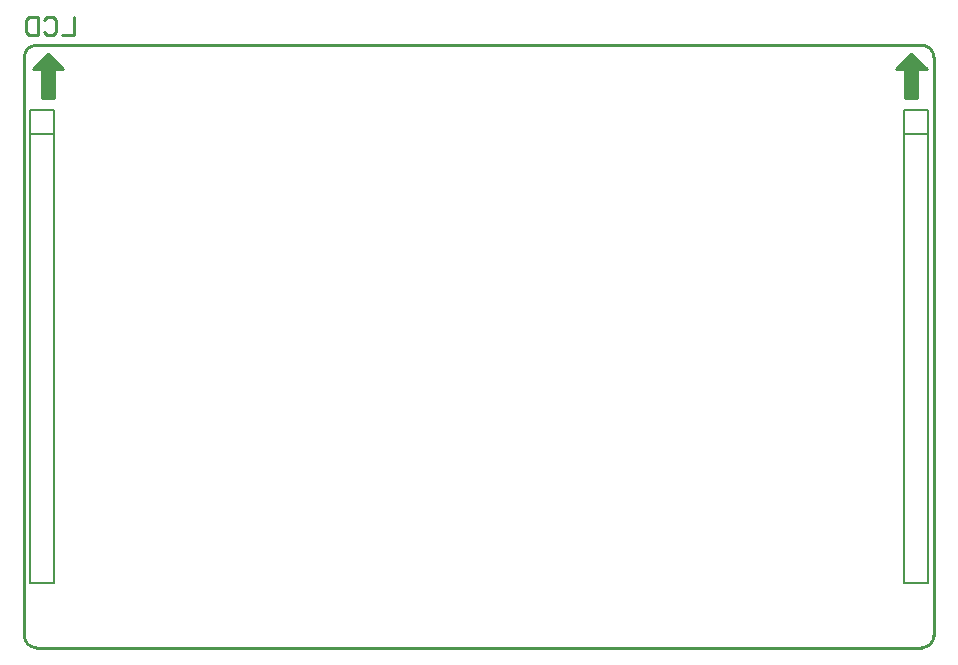
<source format=gbo>
G04*
G04 #@! TF.GenerationSoftware,Altium Limited,Altium Designer,19.1.5 (86)*
G04*
G04 Layer_Color=32896*
%FSLAX25Y25*%
%MOIN*%
G70*
G01*
G75*
%ADD10C,0.00787*%
%ADD11C,0.01000*%
D10*
X65498Y76745D02*
Y234225D01*
X57624Y76745D02*
Y234225D01*
Y76745D02*
X65498D01*
X57624Y226351D02*
X65498D01*
X57624Y234225D02*
X65498D01*
X356837Y76745D02*
Y234225D01*
X348963Y76745D02*
Y234225D01*
Y76745D02*
X356837D01*
X348963Y226351D02*
X356837D01*
X348963Y234225D02*
X356837D01*
D11*
X358805Y251942D02*
G03*
X354869Y255879I-3937J0D01*
G01*
Y55091D02*
G03*
X358805Y59028I0J3937D01*
G01*
X55656D02*
G03*
X59593Y55091I3937J0D01*
G01*
Y255879D02*
G03*
X55656Y251942I0J-3937D01*
G01*
X351325Y253123D02*
X356443Y248005D01*
X346207D02*
X351325Y253123D01*
X346207Y248005D02*
X349357D01*
X353294D02*
X356443D01*
X349357Y238162D02*
X353294D01*
Y248005D01*
X349357Y238162D02*
Y248005D01*
X63530Y253123D02*
X68648Y248005D01*
X58412D02*
X63530Y253123D01*
X58412Y248005D02*
X61561D01*
X65498D02*
X68648D01*
X61561Y238162D02*
X65498D01*
Y248005D01*
X61561Y238162D02*
Y248005D01*
X354051Y248762D02*
X355686D01*
X353294Y248005D02*
X354051Y248762D01*
X347319D02*
X354051D01*
X348056Y249749D02*
X354699D01*
X349030Y250828D02*
X353620D01*
X350189Y251732D02*
X352716D01*
X350888Y252686D02*
X351762D01*
X349076Y250502D02*
X353946D01*
X349357Y248005D02*
X353294D01*
X352506Y238556D02*
Y248005D01*
X351719Y238950D02*
Y248762D01*
X350932Y238162D02*
Y248005D01*
X350144Y238162D02*
Y248762D01*
X59240Y248689D02*
X67964D01*
X60311Y249593D02*
X67060D01*
X61214Y250597D02*
X66056D01*
X62008Y251601D02*
X65052D01*
X64015Y252479D02*
X64174D01*
X63136Y251601D02*
X64015Y252479D01*
X64711Y238162D02*
Y248689D01*
X63924Y238556D02*
Y248689D01*
X63136Y238162D02*
Y248689D01*
X62349Y238950D02*
Y248689D01*
X59593Y255879D02*
X354869D01*
X358805Y59028D02*
Y251942D01*
X59593Y55091D02*
X354869D01*
X55656Y59028D02*
Y251942D01*
X72200Y265398D02*
Y259400D01*
X68201D01*
X62203Y264398D02*
X63203Y265398D01*
X65202D01*
X66202Y264398D01*
Y260400D01*
X65202Y259400D01*
X63203D01*
X62203Y260400D01*
X60204Y265398D02*
Y259400D01*
X57205D01*
X56205Y260400D01*
Y264398D01*
X57205Y265398D01*
X60204D01*
M02*

</source>
